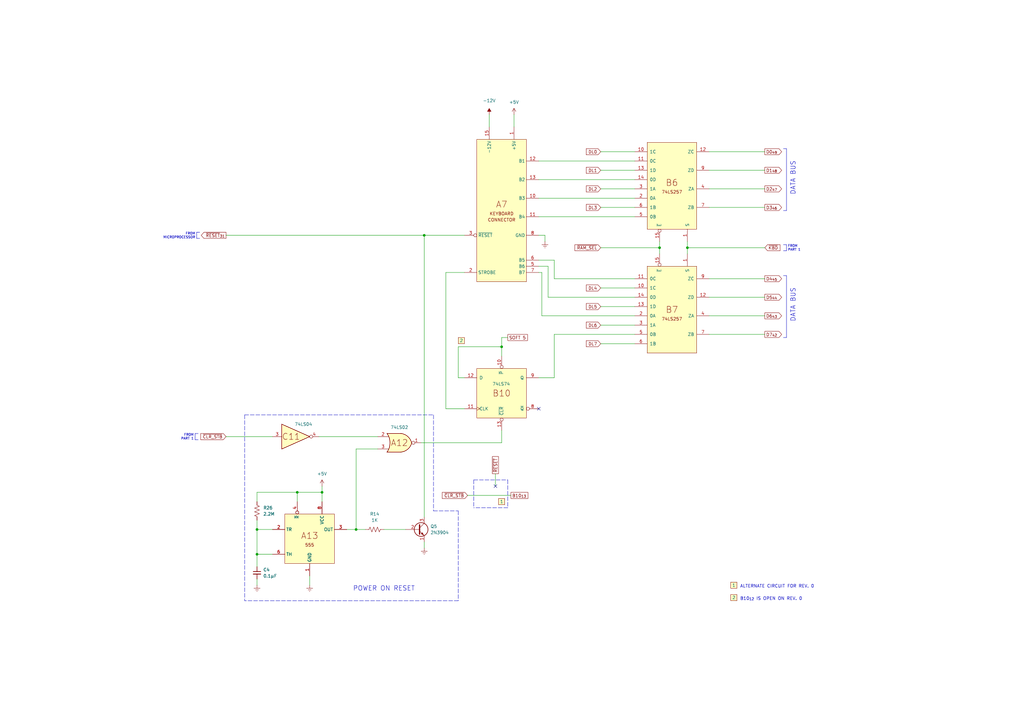
<source format=kicad_sch>
(kicad_sch (version 20211123) (generator eeschema)
  (paper "A3")
  (title_block (title "Apple II - On-Board I/O Part 2") (date "2022-07-11") (rev "ALL") (company "Apple Computers, Inc.") (comment 1 "Original schematic by Apple Computers") (comment 2 "https://github.com/omega9380/Retro-Schematics") (comment 3 "Replication by Omega9380 - July 2022") (comment 4 "Source: The Apple II Circuit Description by W. Gayler"))
  (lib_symbols
    (symbol "Apple II:A12_74LS02" (pin_names (offset 1.016))
      (property "Value" "A12_74LS02" (at 0 -6.35 0))
      (symbol "A12_74LS02_0_0"
        (text "A12" (at 1.27 0 0) (effects (font (size 2.54 2.54))))
      )
      (symbol "A12_74LS02_0_1"
        (arc (start -3.81 -3.81) (mid -2.589 0) (end -3.81 3.81) (stroke (width 0.254)))
        (polyline (pts (xy -3.81 -3.81) (xy 1.905 -3.81)) (stroke (width 0.254)) (fill (type background)))
        (polyline (pts (xy -3.81 3.81) (xy 1.905 3.81)) (stroke (width 0.254)) (fill (type background)))
        (polyline (pts (xy 1.905 3.81) (xy -3.81 3.81) (xy -3.81 3.81) (xy -3.556 3.4036) (xy -3.0226 2.2606) (xy -2.6924 1.0414) (xy -2.6162 -0.254) (xy -2.7686 -1.4986) (xy -3.175 -2.7178) (xy -3.81 -3.81) (xy -3.81 -3.81) (xy 1.905 -3.81)) (stroke (width -25.4)) (fill (type background)))
        (arc (start 1.905 -3.81) (mid 4.6687 -2.6188) (end 6.2872 -0.0816) (stroke (width 0.254)) (fill (type background)))
        (arc (start 6.2453 0.0329) (mid 4.6624 2.5963) (end 1.905 3.81) (stroke (width 0.254)) (fill (type background)))
      )
      (symbol "A12_74LS02_1_1"
        (pin output inverted (at 10.16 0 180) (length 3.81) (name "~") (number "1"))
        (pin input line (at -7.62 2.54 0) (length 4.318) (name "~") (number "2"))
        (pin input line (at -7.62 -2.54 0) (length 4.318) (name "~") (number "3"))
      )
      (symbol "A12_74LS02_1_2"
        (arc (start 0 -3.81) (mid 3.81 0) (end 0 3.81) (stroke (width 0.254)) (fill (type background)))
        (polyline (pts (xy 0 3.81) (xy -3.81 3.81) (xy -3.81 -3.81) (xy 0 -3.81)) (stroke (width 0.254)) (fill (type background)))
        (pin output line (at 7.62 0 180) (length 3.81) (name "~") (number "1"))
        (pin input inverted (at -7.62 2.54 0) (length 3.81) (name "~") (number "2"))
        (pin input inverted (at -7.62 -2.54 0) (length 3.81) (name "~") (number "3"))
      )
      (symbol "A12_74LS02_2_1"
        (pin output inverted (at 10.16 0 180) (length 3.81) (name "~") (number "4"))
        (pin input line (at -7.62 2.54 0) (length 4.318) (name "~") (number "5"))
        (pin input line (at -7.62 -2.54 0) (length 4.318) (name "~") (number "6"))
      )
      (symbol "A12_74LS02_2_2"
        (arc (start 0 -3.81) (mid 3.81 0) (end 0 3.81) (stroke (width 0.254)) (fill (type background)))
        (polyline (pts (xy 0 3.81) (xy -3.81 3.81) (xy -3.81 -3.81) (xy 0 -3.81)) (stroke (width 0.254)) (fill (type background)))
        (pin output line (at 7.62 0 180) (length 3.81) (name "~") (number "4"))
        (pin input inverted (at -7.62 2.54 0) (length 3.81) (name "~") (number "5"))
        (pin input inverted (at -7.62 -2.54 0) (length 3.81) (name "~") (number "6"))
      )
      (symbol "A12_74LS02_3_1"
        (arc (start -3.81 -3.81) (mid -2.589 0) (end -3.81 3.81) (stroke (width 0.254)))
        (pin output inverted (at 10.16 0 180) (length 3.81) (name "~") (number "10"))
        (pin input line (at -7.62 2.54 0) (length 4.318) (name "~") (number "8"))
        (pin input line (at -7.62 -2.54 0) (length 4.318) (name "~") (number "9"))
      )
      (symbol "A12_74LS02_3_2"
        (arc (start 0 -3.81) (mid 3.81 0) (end 0 3.81) (stroke (width 0.254)) (fill (type background)))
        (polyline (pts (xy 0 3.81) (xy -3.81 3.81) (xy -3.81 -3.81) (xy 0 -3.81)) (stroke (width 0.254)) (fill (type background)))
        (pin output line (at 7.62 0 180) (length 3.81) (name "~") (number "10"))
        (pin input inverted (at -7.62 2.54 0) (length 3.81) (name "~") (number "8"))
        (pin input inverted (at -7.62 -2.54 0) (length 3.81) (name "~") (number "9"))
      )
      (symbol "A12_74LS02_4_1"
        (arc (start -3.81 -3.81) (mid -2.589 0) (end -3.81 3.81) (stroke (width 0.254)))
        (polyline (pts (xy -0.635 3.81) (xy -3.81 3.81) (xy -3.81 3.81) (xy -3.556 3.4036) (xy -3.0226 2.2606) (xy -2.6924 1.0414) (xy -2.6162 -0.254) (xy -2.7686 -1.4986) (xy -3.175 -2.7178) (xy -3.81 -3.81) (xy -3.81 -3.81) (xy -0.635 -3.81)) (stroke (width -25.4)) (fill (type background)))
        (pin input line (at -7.62 2.54 0) (length 4.318) (name "~") (number "11"))
        (pin input line (at -7.62 -2.54 0) (length 4.318) (name "~") (number "12"))
        (pin output inverted (at 10.16 0 180) (length 3.81) (name "~") (number "13"))
      )
      (symbol "A12_74LS02_4_2"
        (arc (start 0 -3.81) (mid 3.81 0) (end 0 3.81) (stroke (width 0.254)) (fill (type background)))
        (polyline (pts (xy 0 3.81) (xy -3.81 3.81) (xy -3.81 -3.81) (xy 0 -3.81)) (stroke (width 0.254)) (fill (type background)))
        (pin input inverted (at -7.62 2.54 0) (length 3.81) (name "~") (number "11"))
        (pin input inverted (at -7.62 -2.54 0) (length 3.81) (name "~") (number "12"))
        (pin output line (at 7.62 0 180) (length 3.81) (name "~") (number "13"))
      )
    )
    (symbol "Apple II:A13_555"
      (symbol "A13_555_0_0"
        (text "555" (at 10.16 -12.7 0) (effects (font (size 1.27 1.27))))
        (text "A13" (at 10.16 -8.89 0) (effects (font (size 2.54 2.54))))
        (pin power_in line (at 10.16 -25.4 90) (length 5.08) (name "GND") (number "1"))
        (pin power_in line (at 15.24 5.08 270) (length 5.08) (name "VCC") (number "8"))
      )
      (symbol "A13_555_0_1"
        (rectangle (start 0 0) (end 20.32 -20.32) (fill (type background)))
      )
      (symbol "A13_555_1_1"
        (pin input line (at -5.08 -6.35 0) (length 5.08) (name "TR") (number "2"))
        (pin output line (at 25.4 -6.35 180) (length 5.08) (name "OUT") (number "3"))
        (pin input inverted (at 5.08 5.08 270) (length 5.08) (name "~{R}") (number "4"))
        (pin input line (at -5.08 -16.51 0) (length 5.08) (name "TH") (number "6"))
      )
    )
    (symbol "Apple II:A7_KEYBOARD_CONN"
      (symbol "A7_KEYBOARD_CONN_0_0"
        (text "A7" (at 10.16 -26.67 0) (effects (font (size 2.54 2.54))))
        (text "CONNECTOR" (at 10.16 -33.02 0) (effects (font (size 1.27 1.27))))
        (text "KEYBOARD" (at 10.16 -30.48 0) (effects (font (size 1.27 1.27))))
      )
      (symbol "A7_KEYBOARD_CONN_0_1"
        (rectangle (start 0 0) (end 20.32 -58.42) (fill (type background)))
      )
      (symbol "A7_KEYBOARD_CONN_1_1"
        (pin passive line (at 15.24 5.08 270) (length 5.08) (name "+5V") (number "1"))
        (pin passive line (at 25.4 -24.13 180) (length 5.08) (name "B3") (number "10"))
        (pin passive line (at 25.4 -31.75 180) (length 5.08) (name "B4") (number "11"))
        (pin passive line (at 25.4 -8.89 180) (length 5.08) (name "B1") (number "12"))
        (pin passive line (at 25.4 -16.51 180) (length 5.08) (name "B2") (number "13"))
        (pin passive line (at 5.08 5.08 270) (length 5.08) (name "-12V") (number "15"))
        (pin passive line (at -5.08 -54.61 0) (length 5.08) (name "STROBE") (number "2"))
        (pin passive inverted (at -5.08 -39.37 0) (length 5.08) (name "~{RESET}") (number "3"))
        (pin passive line (at 25.4 -52.07 180) (length 5.08) (name "B6") (number "5"))
        (pin passive line (at 25.4 -49.53 180) (length 5.08) (name "B5") (number "6"))
        (pin passive line (at 25.4 -54.61 180) (length 5.08) (name "B7") (number "7"))
        (pin passive line (at 25.4 -39.37 180) (length 5.08) (name "GND") (number "8"))
      )
    )
    (symbol "Apple II:B10_74LS74" (pin_names (offset 1.016))
      (property "Value" "B10_74LS74" (at -6.35 1.27 0))
      (symbol "B10_74LS74_0_0"
        (text "B10" (at 10.16 -10.16 0) (effects (font (size 2.54 2.54))))
      )
      (symbol "B10_74LS74_0_1"
        (rectangle (start 0 0) (end 20.32 -20.32) (fill (type background)))
      )
      (symbol "B10_74LS74_1_0"
        (pin input inverted (at 10.16 -25.4 90) (length 5.08) (name "~{CLR}") (number "1"))
        (pin input line (at -5.08 -3.81 0) (length 5.08) (name "D") (number "2"))
        (pin input clock (at -5.08 -16.51 0) (length 5.08) (name "CLK") (number "3"))
        (pin input inverted (at 10.16 5.08 270) (length 5.08) (name "~{P}") (number "4"))
        (pin output line (at 25.4 -3.81 180) (length 5.08) (name "Q") (number "5"))
        (pin output inverted (at 25.4 -16.51 180) (length 5.08) (name "~{Q}") (number "6"))
      )
      (symbol "B10_74LS74_2_0"
        (pin input inverted (at 10.16 5.08 270) (length 5.08) (name "~{P}") (number "10"))
        (pin input clock (at -5.08 -16.51 0) (length 5.08) (name "CLK") (number "11"))
        (pin input line (at -5.08 -3.81 0) (length 5.08) (name "D") (number "12"))
        (pin input inverted (at 10.16 -25.4 90) (length 5.08) (name "~{CLR}") (number "13"))
        (pin output inverted (at 25.4 -16.51 180) (length 5.08) (name "~{Q}") (number "8"))
        (pin output line (at 25.4 -3.81 180) (length 5.08) (name "Q") (number "9"))
      )
    )
    (symbol "Apple II:B6_74LS257" (pin_names (offset 1.016))
      (symbol "B6_74LS257_0_0"
        (text "74LS257" (at 10.16 -20.32 0) (effects (font (size 1.27 1.27))))
        (text "B6" (at 10.16 -16.51 0) (effects (font (size 2.54 2.54))))
      )
      (symbol "B6_74LS257_0_1"
        (rectangle (start 0 0) (end 20.32 -35.56) (fill (type background)))
      )
      (symbol "B6_74LS257_1_0"
        (pin input line (at 16.51 -40.64 90) (length 5.08) (name "S") (number "1"))
        (pin input line (at -5.08 -3.81 0) (length 5.08) (name "1C") (number "10"))
        (pin input line (at -5.08 -7.62 0) (length 5.08) (name "0C") (number "11"))
        (pin tri_state line (at 25.4 -3.81 180) (length 5.08) (name "ZC") (number "12"))
        (pin input line (at -5.08 -11.43 0) (length 5.08) (name "1D") (number "13"))
        (pin input line (at -5.08 -15.24 0) (length 5.08) (name "0D") (number "14"))
        (pin input inverted (at 5.08 -40.64 90) (length 5.08) (name "~{E}") (number "15"))
        (pin input line (at -5.08 -22.86 0) (length 5.08) (name "0A") (number "2"))
        (pin input line (at -5.08 -19.05 0) (length 5.08) (name "1A") (number "3"))
        (pin tri_state line (at 25.4 -19.05 180) (length 5.08) (name "ZA") (number "4"))
        (pin input line (at -5.08 -30.48 0) (length 5.08) (name "0B") (number "5"))
        (pin input line (at -5.08 -26.67 0) (length 5.08) (name "1B") (number "6"))
        (pin tri_state line (at 25.4 -26.67 180) (length 5.08) (name "ZB") (number "7"))
        (pin tri_state line (at 25.4 -11.43 180) (length 5.08) (name "ZD") (number "9"))
      )
      (symbol "B6_74LS257_2_0"
        (pin input line (at 16.51 -40.64 90) (length 5.08) (name "S") (number "1"))
        (pin input line (at -5.08 -3.81 0) (length 5.08) (name "1C") (number "10"))
        (pin input line (at -5.08 -7.62 0) (length 5.08) (name "0C") (number "11"))
        (pin tri_state line (at 25.4 -3.81 180) (length 5.08) (name "ZC") (number "12"))
        (pin input line (at -5.08 -45.72 0) (length 5.08) (name "1D") (number "13"))
        (pin input line (at -5.08 -15.24 0) (length 5.08) (name "0D") (number "14"))
        (pin input inverted (at 5.08 -40.64 90) (length 5.08) (name "~{E}") (number "15"))
        (pin tri_state line (at 25.4 -11.43 180) (length 5.08) (name "ZD") (number "9"))
      )
    )
    (symbol "Apple II:B7_74LS257" (pin_names (offset 1.016))
      (symbol "B7_74LS257_0_0"
        (text "74LS257" (at 10.16 -21.59 0) (effects (font (size 1.27 1.27))))
        (text "B7" (at 10.16 -17.78 0) (effects (font (size 2.54 2.54))))
      )
      (symbol "B7_74LS257_0_1"
        (rectangle (start 0 0) (end 20.32 -35.56) (fill (type background)))
      )
      (symbol "B7_74LS257_1_0"
        (pin input line (at 16.51 5.08 270) (length 5.08) (name "S") (number "1"))
        (pin input line (at -5.08 -8.89 0) (length 5.08) (name "1C") (number "10"))
        (pin input line (at -5.08 -5.08 0) (length 5.08) (name "0C") (number "11"))
        (pin tri_state line (at 25.4 -12.7 180) (length 5.08) (name "ZD") (number "12"))
        (pin input line (at -5.08 -16.51 0) (length 5.08) (name "1D") (number "13"))
        (pin input line (at -5.08 -12.7 0) (length 5.08) (name "0D") (number "14"))
        (pin input inverted (at 5.08 5.08 270) (length 5.08) (name "~{E}") (number "15"))
        (pin input line (at -5.08 -20.32 0) (length 5.08) (name "0A") (number "2"))
        (pin input line (at -5.08 -24.13 0) (length 5.08) (name "1A") (number "3"))
        (pin tri_state line (at 25.4 -20.32 180) (length 5.08) (name "ZA") (number "4"))
        (pin input line (at -5.08 -27.94 0) (length 5.08) (name "0B") (number "5"))
        (pin input line (at -5.08 -31.75 0) (length 5.08) (name "1B") (number "6"))
        (pin tri_state line (at 25.4 -27.94 180) (length 5.08) (name "ZB") (number "7"))
        (pin tri_state line (at 25.4 -5.08 180) (length 5.08) (name "ZC") (number "9"))
      )
      (symbol "B7_74LS257_2_0"
        (pin input line (at 16.51 5.08 270) (length 5.08) (name "S") (number "1"))
        (pin input line (at -5.08 -8.89 0) (length 5.08) (name "1C") (number "10"))
        (pin input line (at -5.08 -5.08 0) (length 5.08) (name "0C") (number "11"))
        (pin tri_state line (at 25.4 -12.7 180) (length 5.08) (name "ZD") (number "12"))
        (pin input line (at -5.08 -45.72 0) (length 5.08) (name "1D") (number "13"))
        (pin input line (at -5.08 -12.7 0) (length 5.08) (name "0D") (number "14"))
        (pin input inverted (at 5.08 5.08 270) (length 5.08) (name "~{E}") (number "15"))
        (pin tri_state line (at 25.4 -5.08 180) (length 5.08) (name "ZC") (number "9"))
      )
    )
    (symbol "Apple II:C11_74LS04"
      (property "Value" "C11_74LS04" (at 7.62 -3.81 0))
      (symbol "C11_74LS04_0_0"
        (polyline (pts (xy -3.81 5.08) (xy -3.81 -5.08) (xy 7.62 0) (xy -3.81 5.08)) (stroke (width 0.254)) (fill (type background)))
        (text "C11" (at 0 0 0) (effects (font (size 2.54 2.54))))
      )
      (symbol "C11_74LS04_1_0"
        (pin input line (at -7.62 0 0) (length 3.81) (name "~") (number "1"))
        (pin output inverted (at 11.43 0 180) (length 3.81) (name "~") (number "2"))
      )
      (symbol "C11_74LS04_2_0"
        (pin input line (at -7.62 0 0) (length 3.81) (name "~") (number "3"))
        (pin output inverted (at 11.43 0 180) (length 3.81) (name "~") (number "4"))
      )
      (symbol "C11_74LS04_3_0"
        (pin input line (at -7.62 0 0) (length 3.81) (name "~") (number "5"))
        (pin output inverted (at 11.43 0 180) (length 3.81) (name "~") (number "6"))
      )
      (symbol "C11_74LS04_4_0"
        (pin output inverted (at 11.43 0 180) (length 3.81) (name "~") (number "8"))
        (pin input line (at -7.62 0 0) (length 3.81) (name "~") (number "9"))
      )
      (symbol "C11_74LS04_5_0"
        (pin output inverted (at 11.43 0 180) (length 3.81) (name "~") (number "10"))
        (pin input line (at -7.62 0 0) (length 3.81) (name "~") (number "11"))
      )
      (symbol "C11_74LS04_6_0"
        (pin output inverted (at 11.43 0 180) (length 3.81) (name "~") (number "12"))
        (pin input line (at -7.62 0 0) (length 3.81) (name "~") (number "13"))
      )
    )
    (symbol "Apple II:NOTE_NUMBER"
      (property "Value" "NOTE_NUMBER" (at 0 0 0))
      (symbol "NOTE_NUMBER_0_0"
        (rectangle (start -1.27 1.27) (end 1.27 -1.27) (fill (type background)))
      )
    )
    (symbol "Device:C_Small" (pin_numbers hide) (pin_names (offset 0.254) hide)
      (property "Reference" "C" (at 0.254 1.778 0))
      (property "Value" "C_Small" (at 0.254 -2.032 0))
      (symbol "C_Small_0_1"
        (polyline (pts (xy -1.524 -0.508) (xy 1.524 -0.508)) (stroke (width 0.3302)))
        (polyline (pts (xy -1.524 0.508) (xy 1.524 0.508)) (stroke (width 0.3048)))
      )
      (symbol "C_Small_1_1"
        (pin passive line (at 0 2.54 270) (length 2.032) (name "~") (number "1"))
        (pin passive line (at 0 -2.54 90) (length 2.032) (name "~") (number "2"))
      )
    )
    (symbol "Device:R_US" (pin_numbers hide) (pin_names (offset 0))
      (property "Reference" "R" (at 2.54 0 90))
      (property "Value" "R_US" (at -2.54 0 90))
      (symbol "R_US_0_1"
        (polyline (pts (xy 0 -2.286) (xy 0 -2.54)))
        (polyline (pts (xy 0 2.286) (xy 0 2.54)))
        (polyline (pts (xy 0 -0.762) (xy 1.016 -1.143) (xy 0 -1.524) (xy -1.016 -1.905) (xy 0 -2.286)))
        (polyline (pts (xy 0 0.762) (xy 1.016 0.381) (xy 0 0) (xy -1.016 -0.381) (xy 0 -0.762)))
        (polyline (pts (xy 0 2.286) (xy 1.016 1.905) (xy 0 1.524) (xy -1.016 1.143) (xy 0 0.762)))
      )
      (symbol "R_US_1_1"
        (pin passive line (at 0 3.81 270) (length 1.27) (name "~") (number "1"))
        (pin passive line (at 0 -3.81 90) (length 1.27) (name "~") (number "2"))
      )
    )
    (symbol "Transistor_BJT:2N3904" (pin_names (offset 0) hide)
      (property "Reference" "Q" (at 5.08 1.905 0))
      (property "Value" "2N3904" (at 5.08 0 0))
      (symbol "2N3904_0_1"
        (polyline (pts (xy 0.635 0.635) (xy 2.54 2.54)))
        (polyline (pts (xy 0.635 -0.635) (xy 2.54 -2.54) (xy 2.54 -2.54)))
        (polyline (pts (xy 0.635 1.905) (xy 0.635 -1.905) (xy 0.635 -1.905)) (stroke (width 0.508)))
        (polyline (pts (xy 1.27 -1.778) (xy 1.778 -1.27) (xy 2.286 -2.286) (xy 1.27 -1.778) (xy 1.27 -1.778)) (fill (type outline)))
        (circle (center 1.27 0) (radius 2.8194) (stroke (width 0.254)))
      )
      (symbol "2N3904_1_1"
        (pin passive line (at 2.54 -5.08 90) (length 2.54) (name "E") (number "1"))
        (pin passive line (at -5.08 0 0) (length 5.715) (name "B") (number "2"))
        (pin passive line (at 2.54 5.08 270) (length 2.54) (name "C") (number "3"))
      )
    )
    (symbol "power:+5V" (power) (pin_names (offset 0))
      (property "Value" "+5V" (at 0 3.556 0))
      (symbol "+5V_0_1"
        (polyline (pts (xy -0.762 1.27) (xy 0 2.54)))
        (polyline (pts (xy 0 0) (xy 0 2.54)))
        (polyline (pts (xy 0 2.54) (xy 0.762 1.27)))
      )
      (symbol "+5V_1_1"
        (pin power_in line (at 0 0 90) (length 0) hide (name "+5V") (number "1"))
      )
    )
    (symbol "power:-12V" (power) (pin_names (offset 0))
      (property "Value" "-12V" (at 0 3.81 0))
      (symbol "-12V_0_0"
        (pin power_in line (at 0 0 90) (length 0) hide (name "-12V") (number "1"))
      )
      (symbol "-12V_0_1"
        (polyline (pts (xy 0 0) (xy 0 1.27) (xy 0.762 1.27) (xy 0 2.54) (xy -0.762 1.27) (xy 0 1.27)) (fill (type outline)))
      )
    )
    (symbol "power:Earth" (power) (pin_names (offset 0))
      (symbol "Earth_0_1"
        (polyline (pts (xy -0.635 -1.905) (xy 0.635 -1.905)))
        (polyline (pts (xy -0.127 -2.54) (xy 0.127 -2.54)))
        (polyline (pts (xy 0 -1.27) (xy 0 0)))
        (polyline (pts (xy 1.27 -1.27) (xy -1.27 -1.27)))
      )
      (symbol "Earth_1_1"
        (pin power_in line (at 0 0 270) (length 0) hide (name "Earth") (number "1"))
      )
    )
  )
  (junction (at 132.08 201.93))
  (junction (at 146.05 217.17))
  (junction (at 281.94 101.6))
  (junction (at 105.41 227.33))
  (junction (at 121.92 201.93))
  (junction (at 105.41 217.17))
  (junction (at 270.51 101.6))
  (junction (at 205.74 142.24))
  (junction (at 173.99 96.52))
  (no_connect (at 220.98 167.64))
  (no_connect (at 203.2 199.39))
  (wire (pts (xy 182.88 111.76) (xy 182.88 167.64)))
  (wire (pts (xy 313.69 137.16) (xy 290.83 137.16)))
  (wire (pts (xy 191.77 203.2) (xy 209.55 203.2)))
  (polyline (pts (xy 81.28 177.8) (xy 80.01 177.8)) (stroke (width 0) (type solid)))
  (wire (pts (xy 224.79 109.22) (xy 220.98 109.22)))
  (polyline (pts (xy 81.28 180.34) (xy 80.01 180.34)) (stroke (width 0) (type solid)))
  (wire (pts (xy 313.69 62.23) (xy 290.83 62.23)))
  (wire (pts (xy 260.35 129.54) (xy 222.25 129.54)))
  (wire (pts (xy 260.35 137.16) (xy 227.33 137.16)))
  (wire (pts (xy 205.74 138.43) (xy 208.28 138.43)))
  (wire (pts (xy 205.74 176.53) (xy 205.74 181.61)))
  (wire (pts (xy 260.35 121.92) (xy 224.79 121.92)))
  (wire (pts (xy 121.92 205.74) (xy 121.92 201.93)))
  (wire (pts (xy 210.82 46.99) (xy 210.82 52.07)))
  (wire (pts (xy 130.81 179.07) (xy 154.94 179.07)))
  (wire (pts (xy 146.05 184.15) (xy 154.94 184.15)))
  (wire (pts (xy 173.99 224.79) (xy 173.99 222.25)))
  (wire (pts (xy 121.92 201.93) (xy 132.08 201.93)))
  (polyline (pts (xy 100.33 170.18) (xy 100.33 246.38)))
  (wire (pts (xy 105.41 240.03) (xy 105.41 237.49)))
  (wire (pts (xy 270.51 101.6) (xy 270.51 99.06)))
  (wire (pts (xy 205.74 142.24) (xy 205.74 146.05)))
  (wire (pts (xy 313.69 129.54) (xy 290.83 129.54)))
  (wire (pts (xy 224.79 121.92) (xy 224.79 109.22)))
  (polyline (pts (xy 322.58 60.96) (xy 322.58 86.36)) (stroke (width 0) (type solid)))
  (wire (pts (xy 313.69 85.09) (xy 290.83 85.09)))
  (polyline (pts (xy 187.96 209.55) (xy 187.96 246.38)))
  (wire (pts (xy 313.69 121.92) (xy 290.83 121.92)))
  (wire (pts (xy 105.41 205.74) (xy 105.41 201.93)))
  (wire (pts (xy 313.69 69.85) (xy 290.83 69.85)))
  (wire (pts (xy 246.38 118.11) (xy 260.35 118.11)))
  (wire (pts (xy 187.96 142.24) (xy 205.74 142.24)))
  (wire (pts (xy 281.94 101.6) (xy 281.94 99.06)))
  (wire (pts (xy 246.38 101.6) (xy 270.51 101.6)))
  (polyline (pts (xy 187.96 246.38) (xy 100.33 246.38)))
  (wire (pts (xy 205.74 181.61) (xy 172.72 181.61)))
  (wire (pts (xy 111.76 217.17) (xy 105.41 217.17)))
  (polyline (pts (xy 322.58 113.03) (xy 322.58 138.43)) (stroke (width 0) (type solid)))
  (wire (pts (xy 173.99 212.09) (xy 173.99 96.52)))
  (wire (pts (xy 313.69 77.47) (xy 290.83 77.47)))
  (wire (pts (xy 146.05 217.17) (xy 142.24 217.17)))
  (wire (pts (xy 127 240.03) (xy 127 236.22)))
  (wire (pts (xy 166.37 217.17) (xy 157.48 217.17)))
  (wire (pts (xy 92.71 96.52) (xy 173.99 96.52)))
  (wire (pts (xy 105.41 227.33) (xy 105.41 232.41)))
  (wire (pts (xy 260.35 88.9) (xy 220.98 88.9)))
  (polyline (pts (xy 100.33 170.18) (xy 177.8 170.18)))
  (polyline (pts (xy 194.31 196.85) (xy 194.31 208.28)))
  (wire (pts (xy 173.99 96.52) (xy 190.5 96.52)))
  (polyline (pts (xy 177.8 209.55) (xy 187.96 209.55)))
  (wire (pts (xy 246.38 77.47) (xy 260.35 77.47)))
  (polyline (pts (xy 80.01 177.8) (xy 80.01 180.34)) (stroke (width 0) (type solid)))
  (wire (pts (xy 260.35 66.04) (xy 220.98 66.04)))
  (wire (pts (xy 246.38 69.85) (xy 260.35 69.85)))
  (wire (pts (xy 281.94 101.6) (xy 313.69 101.6)))
  (wire (pts (xy 132.08 201.93) (xy 132.08 205.74)))
  (wire (pts (xy 187.96 154.94) (xy 187.96 142.24)))
  (polyline (pts (xy 321.31 138.43) (xy 322.58 138.43)) (stroke (width 0) (type solid)))
  (polyline (pts (xy 321.31 86.36) (xy 322.58 86.36)) (stroke (width 0) (type solid)))
  (wire (pts (xy 260.35 114.3) (xy 227.33 114.3)))
  (polyline (pts (xy 208.28 196.85) (xy 208.28 208.28)))
  (polyline (pts (xy 321.31 100.33) (xy 322.58 100.33)) (stroke (width 0) (type solid)))
  (polyline (pts (xy 208.28 208.28) (xy 194.31 208.28)))
  (wire (pts (xy 190.5 111.76) (xy 182.88 111.76)))
  (wire (pts (xy 223.52 96.52) (xy 223.52 99.06)))
  (wire (pts (xy 246.38 133.35) (xy 260.35 133.35)))
  (wire (pts (xy 222.25 129.54) (xy 222.25 111.76)))
  (wire (pts (xy 200.66 46.99) (xy 200.66 52.07)))
  (wire (pts (xy 260.35 81.28) (xy 220.98 81.28)))
  (wire (pts (xy 132.08 199.39) (xy 132.08 201.93)))
  (wire (pts (xy 203.2 194.31) (xy 203.2 199.39)))
  (wire (pts (xy 246.38 85.09) (xy 260.35 85.09)))
  (wire (pts (xy 146.05 184.15) (xy 146.05 217.17)))
  (wire (pts (xy 105.41 217.17) (xy 105.41 227.33)))
  (wire (pts (xy 281.94 104.14) (xy 281.94 101.6)))
  (wire (pts (xy 105.41 201.93) (xy 121.92 201.93)))
  (wire (pts (xy 246.38 125.73) (xy 260.35 125.73)))
  (wire (pts (xy 260.35 73.66) (xy 220.98 73.66)))
  (polyline (pts (xy 177.8 170.18) (xy 177.8 209.55)))
  (wire (pts (xy 205.74 138.43) (xy 205.74 142.24)))
  (polyline (pts (xy 321.31 60.96) (xy 322.58 60.96)) (stroke (width 0) (type solid)))
  (polyline (pts (xy 81.915 97.79) (xy 80.645 97.79)) (stroke (width 0) (type solid)))
  (polyline (pts (xy 194.31 196.85) (xy 208.28 196.85)))
  (polyline (pts (xy 80.645 95.25) (xy 80.645 97.79)) (stroke (width 0) (type solid)))
  (polyline (pts (xy 321.31 113.03) (xy 322.58 113.03)) (stroke (width 0) (type solid)))
  (wire (pts (xy 227.33 114.3) (xy 227.33 106.68)))
  (wire (pts (xy 227.33 154.94) (xy 220.98 154.94)))
  (wire (pts (xy 105.41 213.36) (xy 105.41 217.17)))
  (polyline (pts (xy 81.915 95.25) (xy 80.645 95.25)) (stroke (width 0) (type solid)))
  (wire (pts (xy 227.33 137.16) (xy 227.33 154.94)))
  (wire (pts (xy 182.88 167.64) (xy 190.5 167.64)))
  (polyline (pts (xy 321.31 102.87) (xy 322.58 102.87)) (stroke (width 0) (type solid)))
  (wire (pts (xy 190.5 154.94) (xy 187.96 154.94)))
  (wire (pts (xy 313.69 114.3) (xy 290.83 114.3)))
  (wire (pts (xy 246.38 62.23) (xy 260.35 62.23)))
  (polyline (pts (xy 322.58 100.33) (xy 322.58 102.87)) (stroke (width 0) (type solid)))
  (wire (pts (xy 270.51 104.14) (xy 270.51 101.6)))
  (wire (pts (xy 111.76 227.33) (xy 105.41 227.33)))
  (wire (pts (xy 246.38 140.97) (xy 260.35 140.97)))
  (wire (pts (xy 149.86 217.17) (xy 146.05 217.17)))
  (wire (pts (xy 92.71 179.07) (xy 111.76 179.07)))
  (wire (pts (xy 222.25 111.76) (xy 220.98 111.76)))
  (wire (pts (xy 220.98 96.52) (xy 223.52 96.52)))
  (wire (pts (xy 220.98 106.68) (xy 227.33 106.68)))
  (text "FROM\nMICROPROCESSOR" (at 80.137 98.044 180) (effects (font (size 0.96 0.96)) (justify right bottom)))
  (text "DATA BUS" (at 326.39 80.01 90) (effects (font (size 1.905 1.905)) (justify left bottom)))
  (text "B10_{12} IS OPEN ON REV. 0" (at 303.53 246.38 0) (effects (font (size 1.27 1.27)) (justify left bottom)))
  (text "ALTERNATE CIRCUIT FOR REV. 0" (at 303.53 241.3 0) (effects (font (size 1.27 1.27)) (justify left bottom)))
  (text "DATA BUS" (at 326.39 132.08 90) (effects (font (size 1.905 1.905)) (justify left bottom)))
  (text "POWER ON RESET" (at 144.78 242.57 0) (effects (font (size 1.905 1.905)) (justify left bottom)))
  (text "FROM\nPART 1" (at 323.088 103.124 0) (effects (font (size 0.96 0.96)) (justify left bottom)))
  (text "FROM\nPART 1" (at 79.502 180.594 180) (effects (font (size 0.96 0.96)) (justify right bottom)))
  (global_label "~{KBD}" (shape input) (at 313.69 101.6 0) (property "Intersheet References" "${INTERSHEET_REFS}" (effects hide)))
  (global_label "DL7" (shape input) (at 246.38 140.97 180) (property "Intersheet References" "${INTERSHEET_REFS}" (effects hide)))
  (global_label "DL2" (shape input) (at 246.38 77.47 180) (property "Intersheet References" "${INTERSHEET_REFS}" (effects hide)))
  (global_label "D1_{48}" (shape output) (at 313.69 69.85 0) (property "Intersheet References" "${INTERSHEET_REFS}" (effects hide)))
  (global_label "DL0" (shape input) (at 246.38 62.23 180) (property "Intersheet References" "${INTERSHEET_REFS}" (effects hide)))
  (global_label "DL5" (shape input) (at 246.38 125.73 180) (property "Intersheet References" "${INTERSHEET_REFS}" (effects hide)))
  (global_label "D4_{45}" (shape output) (at 313.69 114.3 0) (property "Intersheet References" "${INTERSHEET_REFS}" (effects hide)))
  (global_label "~{RESET}_{31}" (shape output) (at 92.71 96.52 180) (property "Intersheet References" "${INTERSHEET_REFS}" (effects hide)))
  (global_label "D6_{43}" (shape output) (at 313.69 129.54 0) (property "Intersheet References" "${INTERSHEET_REFS}" (effects hide)))
  (global_label "D7_{42}" (shape output) (at 313.69 137.16 0) (property "Intersheet References" "${INTERSHEET_REFS}" (effects hide)))
  (global_label "~{CLR_STB}" (shape input) (at 191.77 203.2 180) (property "Intersheet References" "${INTERSHEET_REFS}" (effects hide)))
  (global_label "~{CLR_STB}" (shape input) (at 92.71 179.07 180) (property "Intersheet References" "${INTERSHEET_REFS}" (effects hide)))
  (global_label "D5_{44}" (shape output) (at 313.69 121.92 0) (property "Intersheet References" "${INTERSHEET_REFS}" (effects hide)))
  (global_label "DL4" (shape input) (at 246.38 118.11 180) (property "Intersheet References" "${INTERSHEET_REFS}" (effects hide)))
  (global_label "DL1" (shape input) (at 246.38 69.85 180) (property "Intersheet References" "${INTERSHEET_REFS}" (effects hide)))
  (global_label "~{RAM_SEL}" (shape input) (at 246.38 101.6 180) (property "Intersheet References" "${INTERSHEET_REFS}" (effects hide)))
  (global_label "DL6" (shape input) (at 246.38 133.35 180) (property "Intersheet References" "${INTERSHEET_REFS}" (effects hide)))
  (global_label "D0_{49}" (shape output) (at 313.69 62.23 0) (property "Intersheet References" "${INTERSHEET_REFS}" (effects hide)))
  (global_label "B10_{13}" (shape passive) (at 209.55 203.2 0) (property "Intersheet References" "${INTERSHEET_REFS}" (effects hide)))
  (global_label "~{RESET}" (shape passive) (at 203.2 194.31 90) (property "Intersheet References" "${INTERSHEET_REFS}" (effects hide)))
  (global_label "DL3" (shape input) (at 246.38 85.09 180) (property "Intersheet References" "${INTERSHEET_REFS}" (effects hide)))
  (global_label "SOFT 5" (shape passive) (at 208.28 138.43 0) (property "Intersheet References" "${INTERSHEET_REFS}" (effects hide)))
  (global_label "D3_{46}" (shape output) (at 313.69 85.09 0) (property "Intersheet References" "${INTERSHEET_REFS}" (effects hide)))
  (global_label "D2_{47}" (shape output) (at 313.69 77.47 0) (property "Intersheet References" "${INTERSHEET_REFS}" (effects hide)))
  (symbol (lib_id "Transistor_BJT:2N3904") (at 171.45 217.17 0) (unit 1)
    (property "Reference" "Q5" (at 176.53 215.8999 0) (effects (justify left)))
    (property "Value" "2N3904" (at 176.53 218.4399 0) (effects (justify left)))
    (property "Footprint" "Package_TO_SOT_THT:TO-92_Inline" (effects hide))
    (property "Datasheet" "https://www.onsemi.com/pub/Collateral/2N3903-D.PDF" (effects hide))
  )
  (symbol (lib_id "Apple II:A13_555") (at 116.84 210.82 0) (unit 1)
    (property "Reference" "U?" (effects hide))
    (property "Value" "A13_555" (effects hide))
    (property "Footprint" "Package_SO:SOIC-8_3.9x4.9mm_P1.27mm" (effects hide))
    (property "Datasheet" "http://www.ti.com/lit/ds/symlink/ne555.pdf" (effects hide))
  )
  (symbol (lib_id "Apple II:NOTE_NUMBER") (at 205.74 205.74 0) (unit 1)
    (property "Reference" "N1" (effects hide))
    (property "Value" "1" (at 205.74 205.74 0))
  )
  (symbol (lib_id "power:Earth") (at 127 240.03 0) (unit 1)
    (property "Reference" "#PWR?" (effects hide))
    (property "Value" "Earth" (effects hide))
  )
  (symbol (lib_id "Apple II:NOTE_NUMBER") (at 300.99 240.03 0) (unit 1)
    (property "Reference" "N1" (effects hide))
    (property "Value" "1" (at 300.99 240.03 0))
  )
  (symbol (lib_id "Apple II:NOTE_NUMBER") (at 300.99 245.11 0) (unit 1)
    (property "Reference" "N2" (effects hide))
    (property "Value" "2" (at 300.99 245.11 0))
  )
  (symbol (lib_id "power:Earth") (at 223.52 99.06 0) (unit 1)
    (property "Reference" "#PWR?" (effects hide))
    (property "Value" "Earth" (effects hide))
  )
  (symbol (lib_id "Apple II:B10_74LS74") (at 195.58 151.13 0) (unit 2)
    (property "Reference" "B10" (effects hide))
    (property "Value" "74LS74" (at 201.93 157.48 0) (effects (justify left)))
    (property "Datasheet" "74xx/74hc_hct74.pdf" (effects hide))
  )
  (symbol (lib_id "Apple II:B7_74LS257") (at 265.43 109.22 0) (unit 1)
    (property "Reference" "U?" (effects hide))
    (property "Value" "B7_74LS257" (effects hide))
    (property "Datasheet" "http://www.ti.com/lit/gpn/sn74LS257" (effects hide))
  )
  (symbol (lib_id "Device:R_US") (at 153.67 217.17 90) (unit 1)
    (property "Reference" "R14" (at 153.67 210.82 90))
    (property "Value" "1K" (at 153.67 213.36 90))
  )
  (symbol (lib_id "power:Earth") (at 173.99 224.79 0) (unit 1)
    (property "Reference" "#PWR?" (effects hide))
    (property "Value" "Earth" (effects hide))
  )
  (symbol (lib_id "Apple II:C11_74LS04") (at 119.38 179.07 0) (unit 2)
    (property "Reference" "C11" (effects hide))
    (property "Value" "74LS04" (at 124.46 173.99 0))
    (property "Datasheet" "http://www.ti.com/lit/gpn/sn74LS04" (effects hide))
  )
  (symbol (lib_id "Device:C_Small") (at 105.41 234.95 0) (unit 1)
    (property "Reference" "C4" (at 107.95 233.6862 0) (effects (justify left)))
    (property "Value" "0.1µF" (at 107.95 236.2262 0) (effects (justify left)))
  )
  (symbol (lib_id "power:Earth") (at 105.41 240.03 0) (unit 1)
    (property "Reference" "#PWR?" (effects hide))
    (property "Value" "Earth" (effects hide))
  )
  (symbol (lib_id "Apple II:A7_KEYBOARD_CONN") (at 195.58 57.15 0) (unit 1)
    (property "Reference" "U?" (effects hide))
    (property "Value" "A7_KEYBOARD_CONN" (effects hide))
  )
  (symbol (lib_id "Apple II:B6_74LS257") (at 265.43 58.42 0) (unit 1)
    (property "Reference" "U?" (effects hide))
    (property "Value" "B6_74LS257" (effects hide))
    (property "Datasheet" "http://www.ti.com/lit/gpn/sn74LS257" (effects hide))
  )
  (symbol (lib_id "Apple II:A12_74LS02") (at 162.56 181.61 0) (unit 1)
    (property "Reference" "A12" (effects hide))
    (property "Value" "74LS02" (at 163.7986 175.26 0))
    (property "Datasheet" "http://www.ti.com/lit/gpn/sn74ls02" (effects hide))
  )
  (symbol (lib_id "power:+5V") (at 132.08 199.39 0) (unit 1)
    (property "Reference" "#PWR?" (effects hide))
    (property "Value" "+5V" (at 132.08 194.31 0))
  )
  (symbol (lib_id "power:-12V") (at 200.66 46.99 0) (unit 1)
    (property "Reference" "#PWR?" (effects hide))
    (property "Value" "-12V" (at 200.66 41.275 0))
  )
  (symbol (lib_id "Apple II:NOTE_NUMBER") (at 189.23 139.7 0) (unit 1)
    (property "Reference" "N2" (effects hide))
    (property "Value" "2" (at 189.23 139.7 0))
  )
  (symbol (lib_id "Device:R_US") (at 105.41 209.55 180) (unit 1)
    (property "Reference" "R26" (at 107.95 208.2799 0) (effects (justify right)))
    (property "Value" "2.2M" (at 107.95 210.8199 0) (effects (justify right)))
  )
  (symbol (lib_id "power:+5V") (at 210.82 46.99 0) (unit 1)
    (property "Reference" "#PWR?" (effects hide))
    (property "Value" "+5V" (at 210.82 41.91 0))
  )
)
</source>
